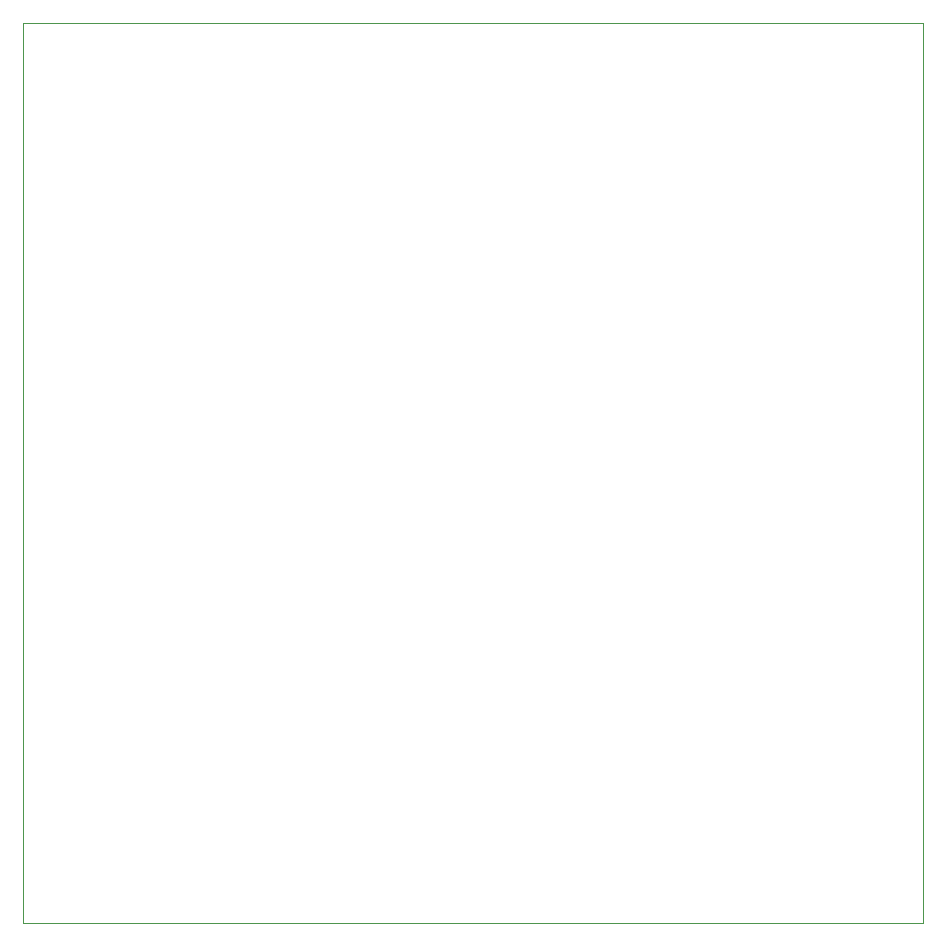
<source format=gm1>
G04 #@! TF.GenerationSoftware,KiCad,Pcbnew,(6.0.5)*
G04 #@! TF.CreationDate,2023-04-10T12:53:00-04:00*
G04 #@! TF.ProjectId,control_board,636f6e74-726f-46c5-9f62-6f6172642e6b,rev?*
G04 #@! TF.SameCoordinates,Original*
G04 #@! TF.FileFunction,Profile,NP*
%FSLAX46Y46*%
G04 Gerber Fmt 4.6, Leading zero omitted, Abs format (unit mm)*
G04 Created by KiCad (PCBNEW (6.0.5)) date 2023-04-10 12:53:00*
%MOMM*%
%LPD*%
G01*
G04 APERTURE LIST*
G04 #@! TA.AperFunction,Profile*
%ADD10C,0.100000*%
G04 #@! TD*
G04 APERTURE END LIST*
D10*
X101600000Y-127000000D02*
X177800000Y-127000000D01*
X177800000Y-127000000D02*
X177800000Y-50800000D01*
X177800000Y-50800000D02*
X101600000Y-50800000D01*
X101600000Y-50800000D02*
X101600000Y-127000000D01*
M02*

</source>
